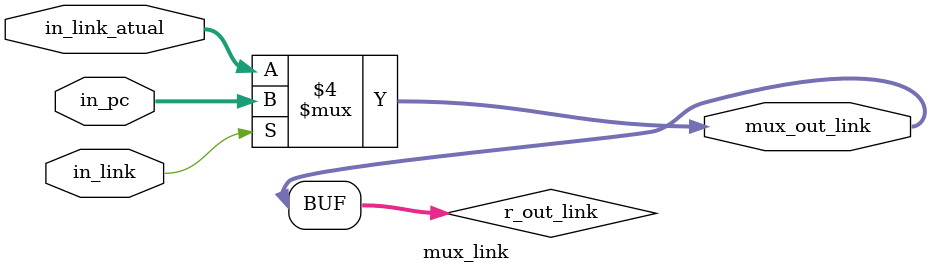
<source format=v>
module mux_link (in_link, in_pc, in_link_atual, mux_out_link);
	input wire 	in_link;
	input wire [31:0] in_pc, in_link_atual;
	
	reg [31:0] r_out_link;
		
	output wire [31:0] mux_out_link;
	
	always @ (*) begin
		if (in_link == 1) begin
			r_out_link = in_pc;
		end
		else begin
			r_out_link = in_link_atual;
		end
	end
	
	assign mux_out_link = r_out_link;


endmodule 
</source>
